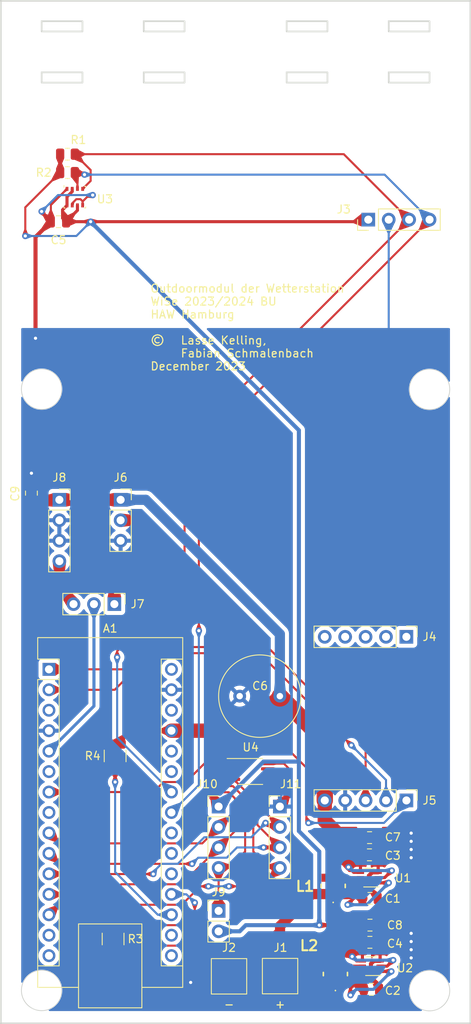
<source format=kicad_pcb>
(kicad_pcb (version 20221018) (generator pcbnew)
  (title_block (title "Outdoormodul Wetterstation") (date "2023-12-30") (rev "A") (company "HAW Hamburg") (comment 1 "Fabian Schmalenbach"))
  (layers (0 "F.Cu" signal) (31 "B.Cu" signal) (34 "B.Paste" user) (35 "F.Paste" user) (36 "B.SilkS" user "B.Silkscreen") (37 "F.SilkS" user "F.Silkscreen") (38 "B.Mask" user) (39 "F.Mask" user) (44 "Edge.Cuts" user))
  (net 0 "")
  (net 1 "HC12_RX")
  (net 2 "HC12_TX")
  (net 4 "-BATT")
  (net 5 "DCF_DATA")
  (net 7 "HC12_SET_PIN")
  (net 9 "HKW581_DATA_IN")
  (net 10 "HKW581_DATA_OUT")
  (net 11 "HKW581_CLK_IN")
  (net 12 "HKW581_CLK_OUT")
  (net 13 "HKW581_RDY")
  (net 21 "I2C_SDA")
  (net 22 "I2C_SCL")
  (net 25 "+5V")
  (net 28 "+BATT")
  (net 29 "+3.3V")
  (net 35 "Net-(J6-Pin_2)")
  (net 36 "Net-(J7-Pin_3)")
  (net 37 "Net-(J10-Pin_4)")
  (net 38 "Net-(U1-L)")
  (net 39 "Net-(U2-L)")
  (net 40 "REF_VOLTAGE")
  (net 41 "BATTERY_VOLTAGE")
  (footprint "Connector_PinHeader_2.54mm:PinHeader_1x04_P2.54mm_Vertical" (layer "F.Cu") (at 91.186 51.816 90)
    (fp_text reference "J3" (at 1.27 -3.048 180) (layer "F.SilkS"))
    (fp_text value "Conn_01x04_Pin")
    (pad "1" thru_hole rect (at 0 0 90) (size 1.7 1.7) (drill 1) (layers "*.Cu" "*.Mask") (net 29 "+3.3V"))
    (pad "2" thru_hole oval (at 0 2.54 90) (size 1.7 1.7) (drill 1) (layers "*.Cu" "*.Mask") (net 4 "-BATT"))
    (pad "3" thru_hole oval (at 0 5.08 90) (size 1.7 1.7) (drill 1) (layers "*.Cu" "*.Mask") (net 22 "I2C_SCL"))
    (pad "4" thru_hole oval (at 0 7.62 90) (size 1.7 1.7) (drill 1) (layers "*.Cu" "*.Mask") (net 21 "I2C_SDA"))
  )
  (footprint "Resistor_SMD:R_1210_3225Metric" (layer "F.Cu") (at 59.436 141.1625 -90)
    (fp_text reference "R3" (at 0 -2.794 -180) (layer "F.SilkS"))
    (fp_text value "0")
    (pad "1" smd roundrect (at -1.4625 0 270) (size 1.125 2.65) (layers "F.Cu" "F.Paste" "F.Mask") (roundrect_rratio 0.222222) (net 41 "BATTERY_VOLTAGE"))
    (pad "2" smd roundrect (at 1.4625 0 270) (size 1.125 2.65) (layers "F.Cu" "F.Paste" "F.Mask") (roundrect_rratio 0.222222) (net 28 "+BATT"))
  )
  (footprint "EPL3015:EPL3015472MLC" (layer "F.Cu") (at 86.8184 134.5692 90)
    (fp_text reference "L1" (at -0.0508 -3.5064 180) (layer "F.SilkS") (effects (font (size 1.27 1.27) (thickness 0.254))))
    (fp_text value "EPL3015-472MLC" hide)
    (pad "1" smd rect (at -1.015 0 90) (size 1 2.9) (layers "F.Cu" "F.Paste" "F.Mask") (net 28 "+BATT"))
    (pad "2" smd rect (at 1.015 0 90) (size 1 2.9) (layers "F.Cu" "F.Paste" "F.Mask") (net 38 "Net-(U1-L)"))
  )
  (footprint "Connector_PinSocket_2.54mm:PinSocket_1x04_P2.54mm_Vertical" (layer "F.Cu") (at 52.752 86.614)
    (fp_text reference "J8" (at 0 -2.77) (layer "F.SilkS"))
    (fp_text value "Conn_01x04_Pin")
    (pad "1" thru_hole rect (at 0 0) (size 1.7 1.7) (drill 1) (layers "*.Cu" "*.Mask") (net 25 "+5V"))
    (pad "2" thru_hole oval (at 0 2.54) (size 1.7 1.7) (drill 1) (layers "*.Cu" "*.Mask") (net 4 "-BATT"))
    (pad "3" thru_hole oval (at 0 5.08) (size 1.7 1.7) (drill 1) (layers "*.Cu" "*.Mask") (net 4 "-BATT"))
    (pad "4" thru_hole oval (at 0 7.62) (size 1.7 1.7) (drill 1) (layers "*.Cu" "*.Mask") (net 36 "Net-(J7-Pin_3)"))
  )
  (footprint "Connector_PinHeader_2.54mm:PinHeader_1x04_P2.54mm_Vertical" (layer "F.Cu") (at 80.184 124.714)
    (fp_text reference "J11" (at 1.35 -2.794) (layer "F.SilkS"))
    (fp_text value "Conn_01x04_Pin")
    (pad "1" thru_hole rect (at 0 0) (size 1.7 1.7) (drill 1) (layers "*.Cu" "*.Mask") (net 4 "-BATT"))
    (pad "2" thru_hole oval (at 0 2.54) (size 1.7 1.7) (drill 1) (layers "*.Cu" "*.Mask") (net 11 "HKW581_CLK_IN"))
    (pad "3" thru_hole oval (at 0 5.08) (size 1.7 1.7) (drill 1) (layers "*.Cu" "*.Mask") (net 10 "HKW581_DATA_OUT"))
    (pad "4" thru_hole oval (at 0 7.62) (size 1.7 1.7) (drill 1) (layers "*.Cu" "*.Mask") (net 13 "HKW581_RDY"))
  )
  (footprint "Capacitor_SMD:C_0805_2012Metric" (layer "F.Cu") (at 91.576 147.4144)
    (fp_text reference "C2" (at 2.658 0.1596) (layer "F.SilkS"))
    (fp_text value "22u")
    (pad "1" smd roundrect (at -0.95 0) (size 1 1.45) (layers "F.Cu" "F.Paste" "F.Mask") (net 28 "+BATT"))
    (pad "2" smd roundrect (at 0.95 0) (size 1 1.45) (layers "F.Cu" "F.Paste" "F.Mask") (net 4 "-BATT"))
  )
  (footprint "Resistor_SMD:R_1210_3225Metric" (layer "F.Cu") (at 59.69 118.4255 90)
    (fp_text reference "R4" (at 0 -2.794 180) (layer "F.SilkS"))
    (fp_text value "0")
    (pad "1" smd roundrect (at -1.4625 0 90) (size 1.125 2.65) (layers "F.Cu" "F.Paste" "F.Mask") (roundrect_rratio 0.222222) (net 40 "REF_VOLTAGE"))
    (pad "2" smd roundrect (at 1.4625 0 90) (size 1.125 2.65) (layers "F.Cu" "F.Paste" "F.Mask") (roundrect_rratio 0.222222) (net 25 "+5V"))
  )
  (footprint "TestPoint:TestPoint_Pad_4.0x4.0mm" (layer "F.Cu") (at 80.2094 145.7706)
    (fp_text reference "J1" (at 0.0546 -3.5306) (layer "F.SilkS"))
    (fp_text value "Bat +")
    (pad "1" smd rect (at 0 0) (size 4 4) (layers "F.Cu" "F.Mask") (net 28 "+BATT"))
  )
  (footprint "Connector_PinHeader_2.54mm:PinHeader_1x04_P2.54mm_Vertical" (layer "F.Cu") (at 72.564 124.714)
    (fp_text reference "J10" (at -1.444 -2.794) (layer "F.SilkS"))
    (fp_text value "Conn_01x04_Pin")
    (pad "1" thru_hole rect (at 0 0) (size 1.7 1.7) (drill 1) (layers "*.Cu" "*.Mask") (net 29 "+3.3V"))
    (pad "2" thru_hole oval (at 0 2.54) (size 1.7 1.7) (drill 1) (layers "*.Cu" "*.Mask") (net 9 "HKW581_DATA_IN"))
    (pad "3" thru_hole oval (at 0 5.08) (size 1.7 1.7) (drill 1) (layers "*.Cu" "*.Mask") (net 12 "HKW581_CLK_OUT"))
    (pad "4" thru_hole oval (at 0 7.62) (size 1.7 1.7) (drill 1) (layers "*.Cu" "*.Mask") (net 37 "Net-(J10-Pin_4)"))
  )
  (footprint "Package_SO:MSOP-8_3x3mm_P0.65mm" (layer "F.Cu") (at 76.5475 120.355)
    (fp_text reference "U4" (at 0 -3.007) (layer "F.SilkS"))
    (fp_text value "~")
    (pad "1" smd roundrect (at -2.1125 -0.975) (size 1.625 0.4) (layers "F.Cu" "F.Paste" "F.Mask") (net 29 "+3.3V"))
    (pad "2" smd roundrect (at -2.1125 -0.325) (size 1.625 0.4) (layers "F.Cu" "F.Paste" "F.Mask") (net 9 "HKW581_DATA_IN"))
    (pad "3" smd roundrect (at -2.1125 0.325) (size 1.625 0.4) (layers "F.Cu" "F.Paste" "F.Mask") (net 12 "HKW581_CLK_OUT"))
    (pad "4" smd roundrect (at -2.1125 0.975) (size 1.625 0.4) (layers "F.Cu" "F.Paste" "F.Mask") (net 37 "Net-(J10-Pin_4)"))
    (pad "5" smd roundrect (at 2.1125 0.975) (size 1.625 0.4) (layers "F.Cu" "F.Paste" "F.Mask") (net 13 "HKW581_RDY"))
    (pad "6" smd roundrect (at 2.1125 0.325) (size 1.625 0.4) (layers "F.Cu" "F.Paste" "F.Mask") (net 10 "HKW581_DATA_OUT"))
    (pad "7" smd roundrect (at 2.1125 -0.325) (size 1.625 0.4) (layers "F.Cu" "F.Paste" "F.Mask") (net 11 "HKW581_CLK_IN"))
    (pad "8" smd roundrect (at 2.1125 -0.975) (size 1.625 0.4) (layers "F.Cu" "F.Paste" "F.Mask") (net 4 "-BATT"))
  )
  (footprint "Package_TO_SOT_SMD:Texas_R-PDSO-G6" (layer "F.Cu") (at 91.3142 133.5382 180)
    (fp_text reference "U1" (at -4.1898 -0.0658) (layer "F.SilkS"))
    (fp_text value "TPS61222DCK")
    (pad "1" smd rect (at -1.1 -0.65 180) (size 0.9 0.4) (layers "F.Cu" "F.Paste" "F.Mask") (net 28 "+BATT"))
    (pad "2" smd rect (at -1.1 0 180) (size 0.9 0.4) (layers "F.Cu" "F.Paste" "F.Mask") (net 25 "+5V"))
    (pad "3" smd rect (at -1.1 0.65 180) (size 0.9 0.4) (layers "F.Cu" "F.Paste" "F.Mask") (net 4 "-BATT"))
    (pad "4" smd rect (at 1.1 0.65 180) (size 0.9 0.4) (layers "F.Cu" "F.Paste" "F.Mask") (net 25 "+5V"))
    (pad "5" smd rect (at 1.1 0 180) (size 0.9 0.4) (layers "F.Cu" "F.Paste" "F.Mask") (net 38 "Net-(U1-L)"))
    (pad "6" smd rect (at 1.1 -0.65 180) (size 0.9 0.4) (layers "F.Cu" "F.Paste" "F.Mask") (net 28 "+BATT"))
  )
  (footprint "Module:Arduino_Nano" (layer "F.Cu") (at 51.4566 107.6706)
    (fp_text reference "A1" (at 7.62 -5.08) (layer "F.SilkS"))
    (fp_text value "Arduino_Nano_Every")
    (pad "1" thru_hole rect (at 0 0) (size 1.6 1.6) (drill 1) (layers "*.Cu" "*.Mask") (net 1 "HC12_RX"))
    (pad "2" thru_hole oval (at 0 2.54) (size 1.6 1.6) (drill 1) (layers "*.Cu" "*.Mask") (net 2 "HC12_TX"))
    (pad "3" thru_hole oval (at 0 5.08) (size 1.6 1.6) (drill 1) (layers "*.Cu" "*.Mask"))
    (pad "4" thru_hole oval (at 0 7.62) (size 1.6 1.6) (drill 1) (layers "*.Cu" "*.Mask") (net 4 "-BATT"))
    (pad "5" thru_hole oval (at 0 10.16) (size 1.6 1.6) (drill 1) (layers "*.Cu" "*.Mask") (net 5 "DCF_DATA"))
    (pad "6" thru_hole oval (at 0 12.7) (size 1.6 1.6) (drill 1) (layers "*.Cu" "*.Mask"))
    (pad "7" thru_hole oval (at 0 15.24) (size 1.6 1.6) (drill 1) (layers "*.Cu" "*.Mask") (net 7 "HC12_SET_PIN"))
    (pad "8" thru_hole oval (at 0 17.78) (size 1.6 1.6) (drill 1) (layers "*.Cu" "*.Mask"))
    (pad "9" thru_hole oval (at 0 20.32) (size 1.6 1.6) (drill 1) (layers "*.Cu" "*.Mask") (net 9 "HKW581_DATA_IN"))
    (pad "10" thru_hole oval (at 0 22.86) (size 1.6 1.6) (drill 1) (layers "*.Cu" "*.Mask") (net 10 "HKW581_DATA_OUT"))
    (pad "11" thru_hole oval (at 0 25.4) (size 1.6 1.6) (drill 1) (layers "*.Cu" "*.Mask") (net 11 "HKW581_CLK_IN"))
    (pad "12" thru_hole oval (at 0 27.94) (size 1.6 1.6) (drill 1) (layers "*.Cu" "*.Mask") (net 12 "HKW581_CLK_OUT"))
    (pad "13" thru_hole oval (at 0 30.48) (size 1.6 1.6) (drill 1) (layers "*.Cu" "*.Mask") (net 13 "HKW581_RDY"))
    (pad "14" thru_hole oval (at 0 33.02) (size 1.6 1.6) (drill 1) (layers "*.Cu" "*.Mask"))
    (pad "15" thru_hole oval (at 0 35.56) (size 1.6 1.6) (drill 1) (layers "*.Cu" "*.Mask"))
    (pad "16" thru_hole oval (at 15.24 35.56) (size 1.6 1.6) (drill 1) (layers "*.Cu" "*.Mask"))
    (pad "17" thru_hole oval (at 15.24 33.02) (size 1.6 1.6) (drill 1) (layers "*.Cu" "*.Mask"))
    (pad "18" thru_hole oval (at 15.24 30.48) (size 1.6 1.6) (drill 1) (layers "*.Cu" "*.Mask") (net 40 "REF_VOLTAGE"))
    (pad "19" thru_hole oval (at 15.24 27.94) (size 1.6 1.6) (drill 1) (layers "*.Cu" "*.Mask") (net 41 "BATTERY_VOLTAGE"))
    (pad "20" thru_hole oval (at 15.24 25.4) (size 1.6 1.6) (drill 1) (layers "*.Cu" "*.Mask"))
    (pad "21" thru_hole oval (at 15.24 22.86) (size 1.6 1.6) (drill 1) (layers "*.Cu" "*.Mask"))
    (pad "22" thru_hole oval (at 15.24 20.32) (size 1.6 1.6) (drill 1) (layers "*.Cu" "*.Mask"))
    (pad "23" thru_hole oval (at 15.24 17.78) (size 1.6 1.6) (drill 1) (layers "*.Cu" "*.Mask") (net 21 "I2C_SDA"))
    (pad "24" thru_hole oval (at 15.24 15.24) (size 1.6 1.6) (drill 1) (layers "*.Cu" "*.Mask") (net 22 "I2C_SCL"))
    (pad "25" thru_hole oval (at 15.24 12.7) (size 1.6 1.6) (drill 1) (layers "*.Cu" "*.Mask"))
    (pad "26" thru_hole oval (at 15.24 10.16) (size 1.6 1.6) (drill 1) (layers "*.Cu" "*.Mask"))
    (pad "27" thru_hole oval (at 15.24 7.62) (size 1.6 1.6) (drill 1) (layers "*.Cu" "*.Mask") (net 25 "+5V"))
    (pad "28" thru_hole oval (at 15.24 5.08) (size 1.6 1.6) (drill 1) (layers "*.Cu" "*.Mask"))
    (pad "29" thru_hole oval (at 15.24 2.54) (size 1.6 1.6) (drill 1) (layers "*.Cu" "*.Mask") (net 4 "-BATT"))
    (pad "30" thru_hole oval (at 15.24 0) (size 1.6 1.6) (drill 1) (layers "*.Cu" "*.Mask"))
  )
  (footprint "Connector_PinHeader_2.54mm:PinHeader_1x03_P2.54mm_Vertical" (layer "F.Cu") (at 59.595 99.568 -90)
    (fp_text reference "J7" (at 0 -2.889 -180) (layer "F.SilkS"))
    (fp_text value "Conn_01x03_Pin")
    (pad "1" thru_hole rect (at 0 0 270) (size 1.7 1.7) (drill 1) (layers "*.Cu" "*.Mask") (net 35 "Net-(J6-Pin_2)"))
    (pad "2" thru_hole oval (at 0 2.54 270) (size 1.7 1.7) (drill 1) (layers "*.Cu" "*.Mask") (net 5 "DCF_DATA"))
    (pad "3" thru_hole oval (at 0 5.08 270) (size 1.7 1.7) (drill 1) (layers "*.Cu" "*.Mask") (net 36 "Net-(J7-Pin_3)"))
  )
  (footprint "Capacitor_SMD:C_0805_2012Metric" (layer "F.Cu") (at 91.4006 136.1186)
    (fp_text reference "C1" (at 2.8334 0.0254) (layer "F.SilkS"))
    (fp_text value "22u")
    (pad "1" smd roundrect (at -0.95 0) (size 1 1.45) (layers "F.Cu" "F.Paste" "F.Mask") (net 28 "+BATT"))
    (pad "2" smd roundrect (at 0.95 0) (size 1 1.45) (layers "F.Cu" "F.Paste" "F.Mask") (net 4 "-BATT"))
  )
  (footprint "Capacitor_SMD:C_0805_2012Metric" (layer "F.Cu") (at 91.3294 130.7084)
    (fp_text reference "C3" (at 2.9046 0.1016) (layer "F.SilkS"))
    (fp_text value "10u")
    (pad "1" smd roundrect (at -0.95 0) (size 1 1.45) (layers "F.Cu" "F.Paste" "F.Mask") (net 25 "+5V"))
    (pad "2" smd roundrect (at 0.95 0) (size 1 1.45) (layers "F.Cu" "F.Paste" "F.Mask") (net 4 "-BATT"))
  )
  (footprint "TestPoint:TestPoint_Pad_4.0x4.0mm" (layer "F.Cu") (at 73.8594 145.796)
    (fp_text reference "J2" (at 0 -3.556) (layer "F.SilkS"))
    (fp_text value "Bat -")
    (pad "1" smd rect (at 0 0) (size 4 4) (layers "F.Cu" "F.Mask") (net 4 "-BATT"))
  )
  (footprint "Connector_PinHeader_2.54mm:PinHeader_1x05_P2.54mm_Vertical" (layer "F.Cu") (at 95.927 103.632 -90)
    (fp_text reference "J4" (at 0 -2.879 -180) (layer "F.SilkS"))
    (fp_text value "Conn_01x05_Pin")
    (pad "1" thru_hole rect (at 0 0 270) (size 1.7 1.7) (drill 1) (layers "*.Cu" "*.Mask"))
    (pad "2" thru_hole oval (at 0 2.54 270) (size 1.7 1.7) (drill 1) (layers "*.Cu" "*.Mask"))
    (pad "3" thru_hole oval (at 0 5.08 270) (size 1.7 1.7) (drill 1) (layers "*.Cu" "*.Mask"))
    (pad "4" thru_hole oval (at 0 7.62 270) (size 1.7 1.7) (drill 1) (layers "*.Cu" "*.Mask"))
    (pad "5" thru_hole oval (at 0 10.16 270) (size 1.7 1.7) (drill 1) (layers "*.Cu" "*.Mask"))
  )
  (footprint "Capacitor_SMD:C_0805_2012Metric" (layer "F.Cu") (at 91.3854 141.5724)
    (fp_text reference "C4" (at 3.1026 0.1596) (layer "F.SilkS"))
    (fp_text value "10u" hide)
    (pad "1" smd roundrect (at -0.95 0) (size 1 1.45) (layers "F.Cu" "F.Paste" "F.Mask") (net 29 "+3.3V"))
    (pad "2" smd roundrect (at 0.95 0) (size 1 1.45) (layers "F.Cu" "F.Paste" "F.Mask") (net 4 "-BATT"))
  )
  (footprint "Connector_PinSocket_2.54mm:PinSocket_1x03_P2.54mm_Vertical" (layer "F.Cu") (at 60.372 86.614)
    (fp_text reference "J6" (at 0 -2.77) (layer "F.SilkS"))
    (fp_text value "Conn_01x03_Pin")
    (pad "1" thru_hole rect (at 0 0) (size 1.7 1.7) (drill 1) (layers "*.Cu" "*.Mask") (net 25 "+5V"))
    (pad "2" thru_hole oval (at 0 2.54) (size 1.7 1.7) (drill 1) (layers "*.Cu" "*.Mask") (net 35 "Net-(J6-Pin_2)"))
    (pad "3" thru_hole oval (at 0 5.08) (size 1.7 1.7) (drill 1) (layers "*.Cu" "*.Mask") (net 4 "-BATT"))
  )
  (footprint "Package_TO_SOT_SMD:Texas_R-PDSO-G6" (layer "F.Cu") (at 91.5554 144.5364 180)
    (fp_text reference "U2" (at -4.2026 -0.2436) (layer "F.SilkS"))
    (fp_text value "TPS61221DCK")
    (pad "1" smd rect (at -1.1 -0.65 180) (size 0.9 0.4) (layers "F.Cu" "F.Paste" "F.Mask") (net 28 "+BATT"))
    (pad "2" smd rect (at -1.1 0 180) (size 0.9 0.4) (layers "F.Cu" "F.Paste" "F.Mask") (net 29 "+3.3V"))
    (pad "3" smd rect (at -1.1 0.65 180) (size 0.9 0.4) (layers "F.Cu" "F.Paste" "F.Mask") (net 4 "-BATT"))
    (pad "4" smd rect (at 1.1 0.65 180) (size 0.9 0.4) (layers "F.Cu" "F.Paste" "F.Mask") (net 29 "+3.3V"))
    (pad "5" smd rect (at 1.1 0 180) (size 0.9 0.4) (layers "F.Cu" "F.Paste" "F.Mask") (net 39 "Net-(U2-L)"))
    (pad "6" smd rect (at 1.1 -0.65 180) (size 0.9 0.4) (layers "F.Cu" "F.Paste" "F.Mask") (net 28 "+BATT"))
  )
  (footprint "Resistor_SMD:R_0805_2012Metric" (layer "F.Cu") (at 53.7635 43.688)
    (fp_text reference "R1" (at 1.3545 -1.778) (layer "F.SilkS"))
    (fp_text value "4.7k")
    (pad "1" smd roundrect (at -0.9125 0) (size 1.025 1.4) (layers "F.Cu" "F.Paste" "F.Mask") (roundrect_rratio 0.243902) (net 29 "+3.3V"))
    (pad "2" smd roundrect (at 0.9125 0) (size 1.025 1.4) (layers "F.Cu" "F.Paste" "F.Mask") (roundrect_rratio 0.243902) (net 22 "I2C_SCL"))
  )
  (footprint "Connector_PinHeader_2.54mm:PinHeader_1x05_P2.54mm_Vertical" (layer "F.Cu") (at 95.932 123.952 -90)
    (fp_text reference "J5" (at 0 -2.874 -180) (layer "F.SilkS"))
    (fp_text value "Conn_01x05_Pin")
    (pad "1" thru_hole rect (at 0 0 270) (size 1.7 1.7) (drill 1) (layers "*.Cu" "*.Mask") (net 7 "HC12_SET_PIN"))
    (pad "2" thru_hole oval (at 0 2.54 270) (size 1.7 1.7) (drill 1) (layers "*.Cu" "*.Mask") (net 2 "HC12_TX"))
    (pad "3" thru_hole oval (at 0 5.08 270) (size 1.7 1.7) (drill 1) (layers "*.Cu" "*.Mask") (net 1 "HC12_RX"))
    (pad "4" thru_hole oval (at 0 7.62 270) (size 1.7 1.7) (drill 1) (layers "*.Cu" "*.Mask") (net 4 "-BATT"))
    (pad "5" thru_hole oval (at 0 10.16 270) (size 1.7 1.7) (drill 1) (layers "*.Cu" "*.Mask") (net 25 "+5V"))
  )
  (footprint "Resistor_SMD:R_0805_2012Metric" (layer "F.Cu") (at 53.7635 45.974)
    (fp_text reference "R2" (at -2.9635 0) (layer "F.SilkS"))
    (fp_text value "4.7k")
    (pad "1" smd roundrect (at -0.9125 0) (size 1.025 1.4) (layers "F.Cu" "F.Paste" "F.Mask") (roundrect_rratio 0.243902) (net 29 "+3.3V"))
    (pad "2" smd roundrect (at 0.9125 0) (size 1.025 1.4) (layers "F.Cu" "F.Paste" "F.Mask") (roundrect_rratio 0.243902) (net 21 "I2C_SDA"))
  )
  (footprint "Package_LGA:Bosch_LGA-8_2.5x2.5mm_P0.65mm_ClockwisePinNumbering" (layer "F.Cu") (at 54.676 49.022)
    (fp_text reference "U3" (at 3.744 0.254) (layer "F.SilkS"))
    (fp_text value "BME280")
    (pad "1" smd rect (at -0.975 -1.025 90) (size 0.5 0.35) (layers "F.Cu" "F.Paste" "F.Mask") (net 4 "-BATT"))
    (pad "2" smd rect (at -0.325 -1.025 90) (size 0.5 0.35) (layers "F.Cu" "F.Paste" "F.Mask") (net 29 "+3.3V"))
    (pad "3" smd rect (at 0.325 -1.025 90) (size 0.5 0.35) (layers "F.Cu" "F.Paste" "F.Mask") (net 21 "I2C_SDA"))
    (pad "4" smd rect (at 0.975 -1.025 90) (size 0.5 0.35) (layers "F.Cu" "F.Paste" "F.Mask") (net 22 "I2C_SCL"))
    (pad "5" smd rect (at 0.975 1.025 90) (size 0.5 0.35) (layers "F.Cu" "F.Paste" "F.Mask") (net 4 "-BATT"))
    (pad "6" smd rect (at 0.325 1.025 90) (size 0.5 0.35) (layers "F.Cu" "F.Paste" "F.Mask") (net 29 "+3.3V"))
    (pad "7" smd rect (at -0.325 1.025 90) (size 0.5 0.35) (layers "F.Cu" "F.Paste" "F.Mask") (net 4 "-BATT"))
    (pad "8" smd rect (at -0.975 1.025 90) (size 0.5 0.35) (layers "F.Cu" "F.Paste" "F.Mask") (net 29 "+3.3V"))
  )
  (footprint "Capacitor_SMD:C_0805_2012Metric" (layer "F.Cu") (at 91.3956 139.4388)
    (fp_text reference "C8" (at 3.0924 0.0072) (layer "F.SilkS"))
    (fp_text value "100n")
    (pad "1" smd roundrect (at -0.95 0) (size 1 1.45) (layers "F.Cu" "F.Paste" "F.Mask") (net 29 "+3.3V"))
    (pad "2" smd roundrect (at 0.95 0) (size 1 1.45) (layers "F.Cu" "F.Paste" "F.Mask") (net 4 "-BATT"))
  )
  (footprint "Capacitor_SMD:C_0805_2012Metric" (layer "F.Cu") (at 49.276 85.786 90)
    (fp_text reference "C9" (at -0.066 -2.032 90) (layer "F.SilkS"))
    (fp_text value "100n")
    (pad "1" smd roundrect (at -0.95 0 90) (size 1 1.45) (layers "F.Cu" "F.Paste" "F.Mask") (net 25 "+5V"))
    (pad "2" smd roundrect (at 0.95 0 90) (size 1 1.45) (layers "F.Cu" "F.Paste" "F.Mask") (net 4 "-BATT"))
  )
  (footprint "EPL3015:EPL3015472MLC" (layer "F.Cu") (at 87.0954 145.5156 90)
    (fp_text reference "L2" (at 3.5296 -3.2754 180) (layer "F.SilkS") (effects (font (size 1.27 1.27) (thickness 0.254))))
    (fp_text value "EPL3015-472MLC" hide)
    (pad "1" smd rect (at -1.015 0 90) (size 1 2.9) (layers "F.Cu" "F.Paste" "F.Mask") (net 28 "+BATT"))
    (pad "2" smd rect (at 1.015 0 90) (size 1 2.9) (layers "F.Cu" "F.Paste" "F.Mask") (net 39 "Net-(U2-L)"))
  )
  (footprint "Capacitor_THT:C_Radial_D10.0mm_H16.0mm_P5.00mm" (layer "F.Cu") (at 80.184 110.998 180)
    (fp_text reference "C6" (at 2.46 1.27) (layer "F.SilkS"))
    (fp_text value "1000u")
    (pad "1" thru_hole circle (at 0 0 180) (size 1.6 1.6) (drill 0.8) (layers "*.Cu" "*.Mask") (net 25 "+5V"))
    (pad "2" thru_hole circle (at 5 0 180) (size 1.6 1.6) (drill 0.8) (layers "*.Cu" "*.Mask") (net 4 "-BATT"))
  )
  (footprint "Capacitor_SMD:C_0805_2012Metric" (layer "F.Cu") (at 91.3446 128.5748)
    (fp_text reference "C7" (at 2.8894 -0.0508) (layer "F.SilkS"))
    (fp_text value "100n")
    (pad "1" smd roundrect (at -0.95 0) (size 1 1.45) (layers "F.Cu" "F.Paste" "F.Mask") (net 25 "+5V"))
    (pad "2" smd roundrect (at 0.95 0) (size 1 1.45) (layers "F.Cu" "F.Paste" "F.Mask") (net 4 "-BATT"))
  )
  (footprint "Connector_PinHeader_2.54mm:PinHeader_1x02_P2.54mm_Vertical" (layer "F.Cu") (at 72.564 137.668)
    (fp_text reference "J9" (at 0 -2.33) (layer "F.SilkS"))
    (fp_text value "Conn_01x02_Pin")
    (pad "1" thru_hole rect (at 0 0) (size 1.7 1.7) (drill 1) (layers "*.Cu" "*.Mask") (net 37 "Net-(J10-Pin_4)"))
    (pad "2" thru_hole oval (at 0 2.54) (size 1.7 1.7) (drill 1) (layers "*.Cu" "*.Mask") (net 29 "+3.3V"))
  )
  (footprint "Capacitor_SMD:C_0805_2012Metric" (layer "F.Cu") (at 52.644 52.07 180)
    (fp_text reference "C5" (at 0 -2.286) (layer "F.SilkS"))
    (fp_text value "100n")
    (pad "1" smd roundrect (at -0.95 0 180) (size 1 1.45) (layers "F.Cu" "F.Paste" "F.Mask") (net 29 "+3.3V"))
    (pad "2" smd roundrect (at 0.95 0 180) (size 1 1.45) (layers "F.Cu" "F.Paste" "F.Mask") (net 4 "-BATT"))
  )
  (gr_rect (start 63.246 27.178) (end 68.326 28.448) (stroke (width 0.2)) (fill none) (layer "Edge.Cuts"))
  (gr_rect (start 81.026 33.528) (end 86.106 34.798) (stroke (width 0.2)) (fill none) (layer "Edge.Cuts"))
  (gr_rect (start 45.466 24.638) (end 103.886 151.638) (stroke (width 0.2)) (fill none) (layer "Edge.Cuts"))
  (gr_rect (start 50.546 27.178) (end 55.626 28.448) (stroke (width 0.2)) (fill none) (layer "Edge.Cuts"))
  (gr_circle (center 50.546 147.548471) (end 48.768 145.770471) (stroke (width 0.1)) (fill none) (layer "Edge.Cuts"))
  (gr_circle (center 98.806 72.898) (end 97.028 71.12) (stroke (width 0.1)) (fill none) (layer "Edge.Cuts"))
  (gr_rect (start 93.726 33.528) (end 98.806 34.798) (stroke (width 0.2)) (fill none) (layer "Edge.Cuts"))
  (gr_circle (center 98.806 147.574) (end 97.028 145.796) (stroke (width 0.1)) (fill none) (layer "Edge.Cuts"))
  (gr_rect (start 93.726 27.178) (end 98.806 28.448) (stroke (width 0.2)) (fill none) (layer "Edge.Cuts"))
  (gr_circle (center 50.546 72.872471) (end 48.768 71.094471) (stroke (width 0.1)) (fill none) (layer "Edge.Cuts"))
  (gr_rect (start 63.246 33.528) (end 68.326 34.798) (stroke (width 0.2)) (fill none) (layer "Edge.Cuts"))
  (gr_rect (start 50.546 33.528) (end 55.626 34.798) (stroke (width 0.2)) (fill none) (layer "Edge.Cuts"))
  (gr_rect (start 81.026 27.178) (end 86.106 28.448) (stroke (width 0.2)) (fill none) (layer "Edge.Cuts"))
  (gr_text "+" (at 79.502 149.86) (layer "F.SilkS") (effects (font (size 1 1)) (justify left bottom)))
  (gr_text "-" (at 73.152 149.86) (layer "F.SilkS") (effects (font (size 1 1)) (justify left bottom)))
  (gr_text "Outdoormodul der Wetterstation\nWiSe 2023/2024 BU\nHAW Hamburg\n\n© 	Lasse Kelling,\n   	Fabian Schmalenbach\nDecember 2023" (at 64.008 70.612) (layer "F.SilkS") (effects (font (size 1 1)) (justify left bottom)))
  (segment (start 63.928 104.902) (end 78.66 104.902) (width 0.254) (layer "F.Cu") (net 1))
  (segment (start 51.4566 107.6706) (end 61.1594 107.6706) (width 0.254) (layer "F.Cu") (net 1))
  (segment (start 61.1594 107.6706) (end 63.928 104.902) (width 0.254) (layer "F.Cu") (net 1))
  (segment (start 90.852 117.094) (end 90.852 123.952) (width 0.254) (layer "F.Cu") (net 1))
  (segment (start 78.66 104.902) (end 90.852 117.094) (width 0.254) (layer "F.Cu") (net 1))
  (segment (start 51.4566 110.2106) (end 59.6354 110.2106) (width 0.254) (layer "F.Cu") (net 2))
  (segment (start 64.182 105.664) (end 77.644 105.664) (width 0.254) (layer "F.Cu") (net 2))
  (segment (start 77.644 105.664) (end 89.074 117.094) (width 0.254) (layer "F.Cu") (net 2))
  (segment (start 59.6354 110.2106) (end 64.182 105.664) (width 0.254) (layer "F.Cu") (net 2))
  (via (at 89.074 117.094) (size 0.8) (drill 0.4) (layers "F.Cu" "B.Cu") (net 2))
  (segment (start 89.074 117.094) (end 93.392 121.412) (width 0.254) (layer "B.Cu") (net 2))
  (segment (start 93.392 121.412) (end 93.392 123.952) (width 0.254) (layer "B.Cu") (net 2))
  (segment (start 55.651 50.047) (end 55.651 49.555) (width 0.254) (layer "F.Cu") (net 4))
  (segment (start 49.276 84.836) (end 49.276 83.312) (width 0.508) (layer "F.Cu") (net 4))
  (segment (start 55.651 49.555) (end 55.372 49.276) (width 0.254) (layer "F.Cu") (net 4))
  (segment (start 69.85 145.796) (end 69.088 146.558) (width 2.54) (layer "F.Cu") (net 4))
  (segment (start 91.6734 132.8842) (end 92.4142 132.8842) (width 0.508) (layer "F.Cu") (net 4))
  (segment (start 91.2584 133.2992) (end 91.6734 132.8842) (width 0.508) (layer "F.Cu") (net 4))
  (segment (start 54.351 49.789) (end 54.864 49.276) (width 0.254) (layer "F.Cu") (net 4))
  (segment (start 80.692 119.38) (end 78.66 119.38) (width 0.254) (layer "F.Cu") (net 4))
  (segment (start 53.701 47.997) (end 51.694 50.004) (width 0.254) (layer "F.Cu") (net 4))
  (segment (start 55.651 49.555) (end 56.438 48.768) (width 0.254) (layer "F.Cu") (net 4))
  (segment (start 91.8766 143.8824) (end 92.6554 143.8824) (width 0.508) (layer "F.Cu") (net 4))
  (segment (start 81.454 120.142) (end 80.692 119.38) (width 0.254) (layer "F.Cu") (net 4))
  (segment (start 81.454 123.444) (end 81.454 120.142) (width 0.254) (layer "F.Cu") (net 4))
  (segment (start 92.526 147.4144) (end 92.526 146.9366) (width 0.508) (layer "F.Cu") (net 4))
  (segment (start 92.3506 135.9154) (end 91.2584 134.8232) (width 0.508) (layer "F.Cu") (net 4))
  (segment (start 91.5124 145.923) (end 91.5124 144.2466) (width 0.508) (layer "F.Cu") (net 4))
  (segment (start 51.694 50.004) (end 51.694 52.07) (width 0.254) (layer "F.Cu") (net 4))
  (segment (start 56.438 48.768) (end 56.896 48.768) (width 0.254) (layer "F.Cu") (net 4))
  (segment (start 80.184 124.714) (end 81.454 123.444) (width 0.254) (layer "F.Cu") (net 4))
  (segment (start 50.546 50.8) (end 50.546 50.922) (width 0.254) (layer "F.Cu") (net 4))
  (segment (start 91.5124 144.2466) (end 91.8766 143.8824) (width 0.508) (layer "F.Cu") (net 4))
  (segment (start 73.8594 145.796) (end 69.85 145.796) (width 2.54) (layer "F.Cu") (net 4))
  (segment (start 92.526 146.9366) (end 91.5124 145.923) (width 0.508) (layer "F.Cu") (net 4))
  (segment (start 92.3506 136.1186) (end 92.3506 135.9154) (width 0.508) (layer "F.Cu") (net 4))
  (segment (start 55.372 49.276) (end 54.864 49.276) (width 0.254) (layer "F.Cu") (net 4))
  (segment (start 49.784 53.98) (end 49.784 66.548) (width 0.508) (layer "F.Cu") (net 4))
  (segment (start 91.2584 134.8232) (end 91.2584 133.2992) (width 0.508) (layer "F.Cu") (net 4))
  (segment (start 50.546 50.922) (end 51.694 52.07) (width 0.254) (layer "F.Cu") (net 4))
  (segment (start 54.351 50.047) (end 54.351 49.789) (width 0.254) (layer "F.Cu") (net 4))
  (segment (start 51.694 52.07) (end 49.784 53.98) (width 0.508) (layer "F.Cu") (net 4))
  (via (at 56.896 48.768) (size 0.8) (drill 0.4) (layers "F.Cu" "B.Cu") (net 4))
  (via (at 49.784 66.548) (size 0.8) (drill 0.4) (layers "F.Cu" "B.Cu") (net 4))
  (via (at 96.52 143.51) (size 0.8) (drill 0.4) (layers "F.Cu" "B.Cu") (net 4))
  (via (at 96.52 141.478) (size 0.8) (drill 0.4) (layers "F.Cu" "B.Cu") (net 4))
  (via (at 96.52 142.494) (size 0.8) (drill 0.4) (layers "F.Cu" "B.Cu") (net 4))
  (via (at 50.546 50.8) (size 0.8) (drill 0.4) (layers "F.Cu" "B.Cu") (net 4))
  (via (at 96.52 129.032) (size 0.8) (drill 0.4) (layers "F.Cu" "B.Cu") (net 4))
  (via (at 96.52 131.064) (size 0.8) (drill 0.4) (layers "F.Cu" "B.Cu") (net 4))
  (via (at 96.52 140.462) (size 0.8) (drill 0.4) (layers "F.Cu" "B.Cu") (net 4))
  (via (at 69.088 146.558) (size 1.2) (drill 0.4) (layers "F.Cu" "B.Cu") (net 4))
  (via (at 96.52 130.048) (size 0.8) (drill 0.4) (layers "F.Cu" "B.Cu") (net 4))
  (via (at 96.52 128.016) (size 0.8) (drill 0.4) (layers "F.Cu" "B.Cu") (net 4))
  (via (at 49.276 83.312) (size 0.8) (drill 0.4) (layers "F.Cu" "B.Cu") (net 4))
  (segment (start 56.896 48.768) (end 52.578 48.768) (width 0.254) (layer "B.Cu") (net 4))
  (segment (start 93.726 51.816) (end 93.726 66.802) (width 0.254) (layer "B.Cu") (net 4))
  (segment (start 52.578 48.768) (end 50.546 50.8) (width 0.254) (layer "B.Cu") (net 4))
  (segment (start 51.4566 117.8306) (end 57.055 112.2322) (width 0.381) (layer "B.Cu") (net 5))
  (segment (start 57.055 112.2322) (end 57.055 99.568) (width 0.381) (layer "B.Cu") (net 5))
  (segment (start 51.4566 122.9106) (end 64.4614 122.9106) (width 0.254) (layer "F.Cu") (net 7))
  (segment (start 64.4614 122.9106) (end 65.706 121.666) (width 0.254) (layer "F.Cu") (net 7))
  (segment (start 83.486 119.888) (end 83.486 126.492) (width 0.254) (layer "F.Cu") (net 7))
  (segment (start 65.706 121.666) (end 68.5 121.666) (width 0.254) (layer "F.Cu") (net 7))
  (segment (start 81.2 117.602) (end 83.486 119.888) (width 0.254) (layer "F.Cu") (net 7))
  (segment (start 72.564 117.602) (end 81.2 117.602) (width 0.254) (layer "F.Cu") (net 7))
  (segment (start 83.486 126.492) (end 83.74 126.746) (width 0.254) (layer "F.Cu") (net 7))
  (segment (start 68.5 121.666) (end 72.564 117.602) (width 0.254) (layer "F.Cu") (net 7))
  (via (at 83.74 126.746) (size 0.8) (drill 0.4) (layers "F.Cu" "B.Cu") (net 7))
  (segment (start 83.74 126.746) (end 93.138 126.746) (width 0.254) (layer "B.Cu") (net 7))
  (segment (start 93.138 126.746) (end 95.932 123.952) (width 0.254) (layer "B.Cu") (net 7))
  (segment (start 52.752 129.286) (end 51.4566 127.9906) (width 0.254) (layer "F.Cu") (net 9))
  (segment (start 70.532 129.286) (end 52.752 129.286) (width 0.254) (layer "F.Cu") (net 9))
  (segment (start 72.056 122.428) (end 72.056 120.65) (width 0.254) (layer "F.Cu") (net 9))
  (segment (start 72.564 127.254) (end 74.596 125.222) (width 0.254) (layer "F.Cu") (net 9))
  (segment (start 74.596 123.698) (end 73.834 122.936) (width 0.254) (layer "F.Cu") (net 9))
  (segment (start 73.834 122.936) (end 72.564 122.936) (width 0.254) (layer "F.Cu") (net 9))
  (segment (start 74.596 125.222) (end 74.596 123.698) (width 0.254) (layer "F.Cu") (net 9))
  (segment (start 72.564 122.936) (end 72.056 122.428) (width 0.254) (layer "F.Cu") (net 9))
  (segment (start 72.676 120.03) (end 74.435 120.03) (width 0.254) (layer "F.Cu") (net 9))
  (segment (start 72.056 120.65) (end 72.676 120.03) (width 0.254) (layer "F.Cu") (net 9))
  (segment (start 72.564 127.254) (end 70.532 129.286) (width 0.254) (layer "F.Cu") (net 9))
  (segment (start 78.406 122.174) (end 79.676 122.174) (width 0.254) (layer "F.Cu") (net 10))
  (segment (start 80.184 121.666) (end 80.184 121.158) (width 0.254) (layer "F.Cu") (net 10))
  (segment (start 80.184 129.794) (end 78.152 129.794) (width 0.254) (layer "F.Cu") (net 10))
  (segment (start 52.752 131.826) (end 51.4566 130.5306) (width 0.254) (layer "F.Cu") (net 10))
  (segment (start 77.39 127) (end 77.39 123.19) (width 0.254) (layer "F.Cu") (net 10))
  (segment (start 77.39 123.19) (end 78.406 122.174) (width 0.254) (layer "F.Cu") (net 10))
  (segment (start 80.184 121.158) (end 79.706 120.68) (width 0.254) (layer "F.Cu") (net 10))
  (segment (start 79.676 122.174) (end 80.184 121.666) (width 0.254) (layer "F.Cu") (net 10))
  (segment (start 80.184 129.794) (end 77.39 127) (width 0.254) (layer "F.Cu") (net 10))
  (segment (start 69.262 131.826) (end 52.752 131.826) (width 0.254) (layer "F.Cu") (net 10))
  (segment (start 79.706 120.68) (end 78.66 120.68) (width 0.254) (layer "F.Cu") (net 10))
  (via (at 69.262 131.826) (size 0.8) (drill 0.4) (layers "F.Cu" "B.Cu") (net 10))
  (via (at 78.152 129.794) (size 0.8) (drill 0.4) (layers "F.Cu" "B.Cu") (net 10))
  (segment (start 73.58 131.064) (end 74.85 129.794) (width 0.254) (layer "B.Cu") (net 10))
  (segment (start 70.024 131.064) (end 73.58 131.064) (width 0.254) (layer "B.Cu") (net 10))
  (segment (start 74.85 129.794) (end 78.152 129.794) (width 0.254) (layer "B.Cu") (net 10))
  (segment (start 69.262 131.826) (end 70.024 131.064) (width 0.254) (layer "B.Cu") (net 10))
  (segment (start 51.482 133.096) (end 51.4566 133.0706) (width 0.254) (layer "F.Cu") (net 11))
  (segment (start 78.152 125.222) (end 78.152 123.698) (width 0.254) (layer "F.Cu") (net 11))
  (segment (start 78.914 127.254) (end 78.406 126.746) (width 0.254) (layer "F.Cu") (net 11))
  (segment (start 78.152 123.698) (end 78.914 122.936) (width 0.254) (layer "F.Cu") (net 11))
  (segment (start 64.436 133.096) (end 51.482 133.096) (width 0.254) (layer "F.Cu") (net 11))
  (segment (start 80.184 127.254) (end 78.914 127.254) (width 0.254) (layer "F.Cu") (net 11))
  (segment (start 80.184 122.936) (end 80.946 122.174) (width 0.254) (layer "F.Cu") (net 11))
  (segment (start 80.184 127.254) (end 78.152 125.222) (width 0.254) (layer "F.Cu") (net 11))
  (segment (start 80.946 122.174) (end 80.946 120.65) (width 0.254) (layer "F.Cu") (net 11))
  (segment (start 78.914 122.936) (end 80.184 122.936) (width 0.254) (layer "F.Cu") (net 11))
  (segment (start 80.326 120.03) (end 78.66 120.03) (width 0.254) (layer "F.Cu") (net 11))
  (segment (start 80.946 120.65) (end 80.326 120.03) (width 0.254) (layer "F.Cu") (net 11))
  (via (at 78.406 126.746) (size 0.8) (drill 0.4) (layers "F.Cu" "B.Cu") (net 11))
  (via (at 64.436 133.096) (size 0.8) (drill 0.4) (layers "F.Cu" "B.Cu") (net 11))
  (segment (start 65.452 131.826) (end 64.436 132.842) (width 0.254) (layer "B.Cu") (net 11))
  (segment (start 70.786 128.524) (end 67.992 131.318) (width 0.254) (layer "B.Cu") (net 11))
  (segment (start 67.992 131.318) (end 67.484 131.826) (width 0.254) (layer "B.Cu") (net 11))
  (segment (start 64.436 132.842) (end 64.436 133.096) (width 0.254) (layer "B.Cu") (net 11))
  (segment (start 71.548 128.524) (end 70.786 128.524) (width 0.254) (layer "B.Cu") (net 11))
  (segment (start 78.406 126.746) (end 76.628 128.524) (width 0.254) (layer "B.Cu") (net 11))
  (segment (start 67.484 131.826) (end 65.452 131.826) (width 0.254) (layer "B.Cu") (net 11))
  (segment (start 76.628 128.524) (end 71.548 128.524) (width 0.254) (layer "B.Cu") (net 11))
  (segment (start 75.358 127) (end 75.358 123.19) (width 0.254) (layer "F.Cu") (net 12))
  (segment (start 73.326 122.174) (end 72.818 121.666) (width 0.254) (layer "F.Cu") (net 12))
  (segment (start 72.564 129.794) (end 67.992 134.366) (width 0.254) (layer "F.Cu") (net 12))
  (segment (start 73.296 120.68) (end 74.435 120.68) (width 0.254) (layer "F.Cu") (net 12))
  (segment (start 60.452 134.366) (end 59.182 135.636) (width 0.254) (layer "F.Cu") (net 12))
  (segment (start 67.992 134.366) (end 60.452 134.366) (width 0.254) (layer "F.Cu") (net 12))
  (segment (start 51.482 135.636) (end 51.4566 135.6106) (width 0.254) (layer "F.Cu") (net 12))
  (segment (start 72.818 121.666) (end 72.818 121.158) (width 0.254) (layer "F.Cu") (net 12))
  (segment (start 74.342 122.174) (end 73.326 122.174) (width 0.254) (layer "F.Cu") (net 12))
  (segment (start 72.564 129.794) (end 75.358 127) (width 0.254) (layer "F.Cu") (net 12))
  (segment (start 59.182 135.636) (end 51.482 135.636) (width 0.254) (layer "F.Cu") (net 12))
  (segment (start 72.818 121.158) (end 73.296 120.68) (width 0.254) (layer "F.Cu") (net 12))
  (segment (start 75.358 123.19) (end 74.342 122.174) (width 0.254) (layer "F.Cu") (net 12))
  (segment (start 67.992 136.906) (end 52.7012 136.906) (width 0.254) (layer "F.Cu") (net 13))
  (segment (start 80.184 132.334) (end 77.898 134.62) (width 0.254) (layer "F.Cu") (net 13))
  (segment (start 76.882 122.682) (end 78.234 121.33) (width 0.254) (layer "F.Cu") (net 13))
  (segment (start 80.184 132.334) (end 78.914 132.334) (width 0.254) (layer "F.Cu") (net 13))
  (segment (start 70.278 134.62) (end 67.992 136.906) (width 0.254) (layer "F.Cu") (net 13))
  (segment (start 52.7012 136.906) (end 51.4566 138.1506) (width 0.254) (layer "F.Cu") (net 13))
  (segment (start 78.914 132.334) (end 76.882 130.302) (width 0.254) (layer "F.Cu") (net 13))
  (segment (start 78.234 121.33) (end 78.66 121.33) (width 0.254) (layer "F.Cu") (net 13))
  (segment (start 76.882 130.302) (end 76.882 122.682) (width 0.254) (layer "F.Cu") (net 13))
  (segment (start 77.898 134.62) (end 73.834 134.62) (width 0.254) (layer "F.Cu") (net 13))
  (segment (start 71.294 134.62) (end 70.278 134.62) (width 0.254) (layer "F.Cu") (net 13))
  (via (at 71.294 134.62) (size 0.8) (drill 0.4) (layers "F.Cu" "B.Cu") (net 13))
  (via (at 73.834 134.62) (size 0.8) (drill 0.4) (layers "F.Cu" "B.Cu") (net 13))
  (segment (start 73.834 134.62) (end 71.294 134.62) (width 0.254) (layer "B.Cu") (net 13))
  (segment (start 54.676 45.974) (end 55.626 45.974) (width 0.254) (layer "F.Cu") (net 21))
  (segment (start 55.001 47.997) (end 55.001 46.299) (width 0.254) (layer "F.Cu") (net 21))
  (segment (start 98.806 51.816) (end 70.104 80.518) (width 0.254) (layer "F.Cu") (net 21))
  (segment (start 55.001 46.299) (end 54.676 45.974) (width 0.254) (layer "F.Cu") (net 21))
  (segment (start 55.626 45.974) (end 55.88 46.228) (width 0.254) (layer "F.Cu") (net 21))
  (segment (start 70.104 80.518) (end 70.104 102.87) (width 0.254) (layer "F.Cu") (net 21))
  (via (at 55.88 46.228) (size 0.8) (drill 0.4) (layers "F.Cu" "B.Cu") (net 21))
  (via (at 70.104 102.87) (size 0.8) (drill 0.4) (layers "F.Cu" "B.Cu") (net 21))
  (segment (start 70.104 122.0432) (end 66.6966 125.4506) (width 0.254) (layer "B.Cu") (net 21))
  (segment (start 93.218 46.228) (end 98.806 51.816) (width 0.254) (layer "B.Cu") (net 21))
  (segment (start 55.88 46.228) (end 93.218 46.228) (width 0.254) (layer "B.Cu") (net 21))
  (segment (start 70.104 102.87) (end 70.104 122.0432) (width 0.254) (layer "B.Cu") (net 21))
  (segment (start 68.326 79.756) (end 68.326 90.17) (width 0.254) (layer "F.Cu") (net 22))
  (segment (start 60.452 104.902) (end 59.944 105.41) (width 0.254) (layer "F.Cu") (net 22))
  (segment (start 54.676 43.688) (end 88.138 43.688) (width 0.254) (layer "F.Cu") (net 22))
  (segment (start 68.326 97.028) (end 60.452 104.902) (width 0.254) (layer "F.Cu") (net 22))
  (segment (start 56.642 45.654) (end 54.676 43.688) (width 0.254) (layer "F.Cu") (net 22))
  (segment (start 68.326 90.17) (end 68.326 97.028) (width 0.254) (layer "F.Cu") (net 22))
  (segment (start 55.651 47.997) (end 56.642 47.006) (width 0.254) (layer "F.Cu") (net 22))
  (segment (start 59.944 105.41) (end 59.944 106.172) (width 0.254) (layer "F.Cu") (net 22))
  (segment (start 88.138 43.688) (end 96.266 51.816) (width 0.254) (layer "F.Cu") (net 22))
  (segment (start 56.642 47.006) (end 56.642 45.654) (width 0.254) (layer "F.Cu") (net 22))
  (segment (start 96.266 51.816) (end 68.326 79.756) (width 0.254) (layer "F.Cu") (net 22))
  (via (at 59.944 106.172) (size 0.8) (drill 0.4) (layers "F.Cu" "B.Cu") (net 22))
  (segment (start 59.944 116.158) (end 66.6966 122.9106) (width 0.254) (layer "B.Cu") (net 22))
  (segment (start 59.944 106.172) (end 59.944 116.158) (width 0.254) (layer "B.Cu") (net 22))
  (segment (start 93.2292 133.5382) (end 94.1032 132.6642) (width 0.381) (layer "F.Cu") (net 25))
  (segment (start 75.8914 115.2906) (end 80.184 110.998) (width 1.778) (layer "F.Cu") (net 25))
  (segment (start 92.4142 133.5382) (end 93.2292 133.5382) (width 0.381) (layer "F.Cu") (net 25))
  (segment (start 59.69 116.963) (end 61.3624 115.2906) (width 0.254) (layer "F.Cu") (net 25))
  (segment (start 49.276 86.736) (end 52.63 86.736) (width 1.27) (layer "F.Cu") (net 25))
  (segment (start 61.3624 115.2906) (end 66.6966 115.2906) (width 0.254) (layer "F.Cu") (net 25))
  (segment (start 85.772 126.492) (end 85.772 123.952) (width 1.778) (layer "F.Cu") (net 25))
  (segment (start 52.752 86.614) (end 60.372 86.614) (width 1.27) (layer "F.Cu") (net 25))
  (segment (start 89.3742 132.8882) (end 90.2142 132.8882) (width 0.381) (layer "F.Cu") (net 25))
  (segment (start 85.772 116.586) (end 80.184 110.998) (width 2.032) (layer "F.Cu") (net 25))
  (segment (start 85.772 123.952) (end 85.772 116.586) (width 2.032) (layer "F.Cu") (net 25))
  (segment (start 88.7184 132.2324) (end 89.3742 132.8882) (width 0.381) (layer "F.Cu") (net 25))
  (segment (start 52.63 86.736) (end 52.752 86.614) (width 1.27) (layer "F.Cu") (net 25))
  (segment (start 87.8548 128.5748) (end 85.772 126.492) (width 1.778) (layer "F.Cu") (net 25))
  (segment (start 90.3946 128.5748) (end 87.8548 128.5748) (width 1.778) (layer "F.Cu") (net 25))
  (segment (start 66.6966 115.2906) (end 75.8914 115.2906) (width 1.778) (layer "F.Cu") (net 25))
  (via (at 94.1032 132.6642) (size 0.8) (drill 0.4) (layers "F.Cu" "B.Cu") (net 25))
  (via (at 88.7184 132.2324) (size 0.8) (drill 0.4) (layers "F.Cu" "B.Cu") (net 25))
  (segment (start 89.1502 132.6642) (end 88.7184 132.2324) (width 0.381) (layer "B.Cu") (net 25))
  (segment (start 60.372 86.614) (end 63.5 86.614) (width 1.27) (layer "B.Cu") (net 25))
  (segment (start 94.1032 132.6642) (end 89.1502 132.6642) (width 0.381) (layer "B.Cu") (net 25))
  (segment (start 63.5 86.614) (end 80.184 103.298) (width 1.27) (layer "B.Cu") (net 25))
  (segment (start 80.184 103.298) (end 80.184 110.998) (width 1.27) (layer "B.Cu") (net 25))
  (segment (start 88.9724 148.1328) (end 88.9724 147.3004) (width 0.381) (layer "F.Cu") (net 28))
  (segment (start 80.2094 145.7706) (end 80.2094 139.5476) (width 1.27) (layer "F.Cu") (net 28))
  (segment (start 88.9724 147.3004) (end 89.7422 146.5306) (width 0.381) (layer "F.Cu") (net 28))
  (segment (start 94.0524 145.1864) (end 92.6554 145.1864) (width 0.381) (layer "F.Cu") (net 28))
  (segment (start 90.4554 145.8174) (end 89.7422 146.5306) (width 0.381) (layer "F.Cu") (net 28))
  (segment (start 80.2094 139.5476) (end 84.1728 135.5842) (width 1.27) (layer "F.Cu") (net 28))
  (segment (start 87.0954 146.5306) (end 84.5762 146.5306) (width 1.27) (layer "F.Cu") (net 28))
  (segment (start 64.77 141.986) (end 70.358 141.986) (width 0.254) (layer "F.Cu") (net 28))
  (segment (start 70.866 142.494) (end 77.263 142.494) (width 0.254) (layer "F.Cu") (net 28))
  (segment (start 90.4554 145.1864) (end 90.4554 145.8174) (width 0.381) (layer "F.Cu") (net 28))
  (segment (start 83.8162 145.7706) (end 80.2094 145.7706) (width 1.27) (layer "F.Cu") (net 28))
  (segment (start 70.358 141.986) (end 70.866 142.494) (width 0.254) (layer "F.Cu") (net 28))
  (segment (start 90.2142 134.1882) (end 90.2142 135.8822) (width 0.381) (layer "F.Cu") (net 28))
  (segment (start 88.6168 136.906) (end 88.6168 136.8836) (width 0.381) (layer "F.Cu") (net 28))
  (segment (start 92.4142 134.1882) (end 93.7222 134.1882) (width 0.381) (layer "F.Cu") (net 28))
  (segment (start 77.263 142.494) (end 80.2094 139.5476) (width 0.254) (layer "F.Cu") (net 28))
  (segment (start 88.6168 136.8836) (end 89.9162 135.5842) (width 0.381) (layer "F.Cu") (net 28))
  (segment (start 89.9162 135.5842) (end 90.4506 136.1186) (width 1.27) (layer "F.Cu") (net 28))
  (segment (start 64.131 142.625) (end 64.77 141.986) (width 0.254) (layer "F.Cu") (net 28))
  (segment (start 86.8184 135.5842) (end 89.9162 135.5842) (width 1.27) (layer "F.Cu") (net 28))
  (segment (start 90.2142 135.8822) (end 90.4506 136.1186) (width 0.381) (layer "F.Cu") (net 28))
  (segment (start 89.7422 146.5306) (end 90.626 147.4144) (width 1.27) (layer "F.Cu") (net 28))
  (segment (start 59.2435 142.625) (end 64.131 142.625) (width 0.254) (layer "F.Cu") (net 28))
  (segment (start 84.5762 146.5306) (end 83.8162 145.7706) (width 1.27) (layer "F.Cu") (net 28))
  (segment (start 87.0954 146.5306) (end 89.7422 146.5306) (width 1.27) (layer "F.Cu") (net 28))
  (segment (start 84.1728 135.5842) (end 86.8184 135.5842) (width 1.27) (layer "F.Cu") (net 28))
  (via (at 88.9724 148.1328) (size 0.8) (drill 0.4) (layers "F.Cu" "B.Cu") (net 28))
  (via (at 94.0524 145.1864) (size 0.8) (drill 0.4) (layers "F.Cu" "B.Cu") (net 28))
  (via (at 93.7222 134.1882) (size 0.8) (drill 0.4) (layers "F.Cu" "B.Cu") (net 28))
  (via (at 88.6168 136.906) (size 0.8) (drill 0.4) (layers "F.Cu" "B.Cu") (net 28))
  (segment (start 93.7222 134.1882) (end 91.0044 136.906) (width 0.381) (layer "B.Cu") (net 28))
  (segment (start 94.0524 145.1864) (end 91.8244 147.4144) (width 0.381) (layer "B.Cu") (net 28))
  (segment (start 89.6908 147.4144) (end 88.9724 148.1328) (width 0.381) (layer "B.Cu") (net 28))
  (segment (start 91.0044 136.906) (end 88.6168 136.906) (width 0.381) (layer "B.Cu") (net 28))
  (segment (start 91.8244 147.4144) (end 89.6908 147.4144) (width 0.381) (layer "B.Cu") (net 28))
  (segment (start 90.4354 142.0724) (end 90.4354 141.5724) (width 0.381) (layer "F.Cu") (net 29))
  (segment (start 85.0972 139.4388) (end 85.09 139.446) (width 0.508) (layer "F.Cu") (net 29))
  (segment (start 52.851 45.974) (end 52.832 45.974) (width 0.254) (layer "F.Cu") (net 29))
  (segment (start 71.548 119.888) (end 72.056 119.38) (width 0.254) (layer "F.Cu") (net 29))
  (segment (start 53.594 52.07) (end 53.152 51.628) (width 0.381) (layer "F.Cu") (net 29))
  (segment (start 53.701 48.981) (end 53.701 50.047) (width 0.381) (layer "F.Cu") (net 29))
  (segment (start 72.056 119.38) (end 74.435 119.38) (width 0.254) (layer "F.Cu") (net 29))
  (segment (start 89.1756 143.3322) (end 89.7298 143.8864) (width 0.381) (layer "F.Cu") (net 29))
  (segment (start 52.851 43.688) (end 52.851 45.974) (width 0.254) (layer "F.Cu") (net 29))
  (segment (start 90.4456 139.4388) (end 85.0972 139.4388) (width 0.508) (layer "F.Cu") (net 29))
  (segment (start 71.548 123.698) (end 71.548 119.888) (width 0.254) (layer "F.Cu") (net 29))
  (segment (start 53.152 51.628) (end 53.152 50.596) (width 0.381) (layer "F.Cu") (net 29))
  (segment (start 72.564 124.714) (end 71.548 123.698) (width 0.254) (layer "F.Cu") (net 29))
  (segment (start 93.534 144.5364) (end 94.281 143.7894) (width 0.381) (layer "F.Cu") (net 29))
  (segment (start 56.642 52.07) (end 90.932 52.07) (width 0.381) (layer "F.Cu") (net 29))
  (segment (start 53.152 50.596) (end 53.701 50.047) (width 0.381) (layer "F.Cu") (net 29))
  (segment (start 89.7298 143.8864) (end 90.4554 143.8864) (width 0.381) (layer "F.Cu") (net 29))
  (segment (start 90.4554 141.5924) (end 90.4354 141.5724) (width 0.4572) (layer "F.Cu") (net 29))
  (segment (start 48.514 50.292) (end 48.514 53.848) (width 0.254) (layer "F.Cu") (net 29))
  (segment (start 90.4554 141.7328) (end 90.6158 141.5724) (width 0.381) (layer "F.Cu") (net 29))
  (segment (start 53.594 52.07) (end 56.642 52.07) (width 0.381) (layer "F.Cu") (net 29))
  (segment (start 55.001 50.663) (end 53.594 52.07) (width 0.381) (layer "F.Cu") (net 29))
  (segment (start 52.832 45.974) (end 48.514 50.292) (width 0.254) (layer "F.Cu") (net 29))
  (segment (start 92.6554 144.5364) (end 93.534 144.5364) (width 0.381) (layer "F.Cu") (net 29))
  (segment (start 54.351 47.997) (end 54.351 48.331) (width 0.381) (layer "F.Cu") (net 29))
  (segment (start 90.932 52.07) (end 91.186 51.816) (width 0.381) (layer "F.Cu") (net 29))
  (segment (start 54.351 48.331) (end 53.701 48.981) (width 0.381) (layer "F.Cu") (net 29))
  (segment (start 55.001 50.047) (end 55.001 50.663) (width 0.381) (layer "F.Cu") (net 29))
  (via (at 56.642 52.07) (size 0.8) (drill 0.4) (layers "F.Cu" "B.Cu") (net 29))
  (via (at 85.09 139.446) (size 0.8) (drill 0.4) (layers "F.Cu" "B.Cu") (net 29))
  (via (at 89.1756 143.3322) (size 0.8) (drill 0.4) (layers "F.Cu" "B.Cu") (net 29))
  (via (at 48.514 53.848) (size 0.8) (drill 0.4) (layers "F.Cu" "B.Cu") (net 29))
  (via (at 94.281 143.7894) (size 0.8) (drill 0.4) (layers "F.Cu" "B.Cu") (net 29))
  (segment (start 75.946 139.446) (end 75.184 140.208) (width 0.508) (layer "B.Cu") (net 29))
  (segment (start 85.09 139.446) (end 85.09 130.302) (width 0.508) (layer "B.Cu") (net 29))
  (segment (start 89.6328 143.7894) (end 89.1756 143.3322) (width 0.381) (layer "B.Cu") (net 29))
  (segment (start 82.55 77.978) (end 56.642 52.07) (width 0.508) (layer "B.Cu") (net 29))
  (segment (start 48.514 53.848) (end 54.864 53.848) (width 0.254) (layer "B.Cu") (net 29))
  (segment (start 78.152 119.126) (end 72.564 124.714) (width 0.508) (layer "B.Cu") (net 29))
  (segment (start 85.09 130.302) (end 82.55 127.762) (width 0.508) (layer "B.Cu") (net 29))
  (segment (start 94.281 143.7894) (end 89.6328 143.7894) (width 0.381) (layer "B.Cu") (net 29))
  (segment (start 82.55 119.126) (end 82.55 77.978) (width 0.508) (layer "B.Cu") (net 29))
  (segment (start 85.09 139.446) (end 75.946 139.446) (width 0.508) (layer "B.Cu") (net 29))
  (segment (start 54.864 53.848) (end 56.642 52.07) (width 0.254) (layer "B.Cu") (net 29))
  (segment (start 82.55 119.126) (end 78.152 119.126) (width 0.508) (layer "B.Cu") (net 29))
  (segment (start 82.55 127.762) (end 82.55 119.126) (width 0.508) (layer "B.Cu") (net 29))
  (segment (start 75.184 140.208) (end 72.564 140.208) (width 0.508) (layer "B.Cu") (net 29))
  (segment (start 63.674 93.472) (end 63.674 90.17) (width 1.27) (layer "F.Cu") (net 35))
  (segment (start 59.595 99.568) (end 59.595 97.551) (width 1.27) (layer "F.Cu") (net 35))
  (segment (start 59.595 97.551) (end 63.674 93.472) (width 1.27) (layer "F.Cu") (net 35))
  (segment (start 63.674 90.17) (end 62.658 89.154) (width 1.27) (layer "F.Cu") (net 35))
  (segment (start 62.658 89.154) (end 60.372 89.154) (width 1.27) (layer "F.Cu") (net 35))
  (segment (start 54.515 99.568) (end 54.515 99.299) (width 1.27) (layer "F.Cu") (net 36))
  (segment (start 54.515 99.299) (end 52.752 97.536) (width 1.27) (layer "F.Cu") (net 36))
  (segment (start 52.752 97.536) (end 52.752 94.234) (width 1.27) (layer "F.Cu") (net 36))
  (segment (start 75.866 122.761) (end 74.435 121.33) (width 0.254) (layer "F.Cu") (net 37))
  (segment (start 72.564 136.906) (end 72.564 132.334) (width 0.254) (layer "F.Cu") (net 37))
  (segment (start 75.866 130.302) (end 75.866 122.761) (width 0.254) (layer "F.Cu") (net 37))
  (segment (start 73.834 132.334) (end 75.866 130.302) (width 0.254) (layer "F.Cu") (net 37))
  (segment (start 72.564 132.334) (end 73.834 132.334) (width 0.254) (layer "F.Cu") (net 37))
  (segment (start 86.8344 133.5382) (end 86.8184 133.5542) (width 0.381) (layer "F.Cu") (net 38))
  (segment (start 90.2142 133.5382) (end 86.8344 133.5382) (width 0.381) (layer "F.Cu") (net 38))
  (segment (start 87.1312 144.5364) (end 87.0954 144.5006) (width 0.381) (layer "F.Cu") (net 39))
  (segment (start 90.4554 144.5364) (end 87.1312 144.5364) (width 0.381) (layer "F.Cu") (net 39))
  (segment (start 59.69 119.888) (end 59.69 121.666) (width 0.254) (layer "F.Cu") (net 40))
  (via (at 59.69 121.666) (size 0.8) (drill 0.4) (layers "F.Cu" "B.Cu") (net 40))
  (segment (start 59.69 132.842) (end 64.9986 138.1506) (width 0.254) (layer "B.Cu") (net 40))
  (segment (start 59.69 121.666) (end 59.69 132.842) (width 0.254) (layer "B.Cu") (net 40))
  (segment (start 64.9986 138.1506) (end 66.6966 138.1506) (width 0.254) (layer "B.Cu") (net 40))
  (segment (start 59.2435 139.7) (end 65.024 139.7) (width 0.254) (layer "F.Cu") (net 41))
  (segment (start 69.596 137.922) (end 69.596 136.652) (width 0.254) (layer "F.Cu") (net 41))
  (segment (start 68.072 139.446) (end 69.596 137.922) (width 0.254) (layer "F.Cu") (net 41))
  (segment (start 65.024 139.7) (end 65.532 139.7) (width 0.254) (layer "F.Cu") (net 41))
  (segment (start 65.786 139.446) (end 68.072 139.446) (width 0.254) (layer "F.Cu") (net 41))
  (segment (start 65.532 139.7) (end 65.786 139.446) (width 0.254) (layer "F.Cu") (net 41))
  (via (at 69.596 136.652) (size 0.8) (drill 0.4) (layers "F.Cu" "B.Cu") (net 41))
  (segment (start 68.5546 135.6106) (end 66.6966 135.6106) (width 0.254) (layer "B.Cu") (net 41))
  (segment (start 69.596 136.652) (end 68.5546 135.6106) (width 0.254) (layer "B.Cu") (net 41))
  (zone (net 29) (net_name "+3.3V") (layer "F.Cu") (connect_pads (clearance 0.5)) (min_thickness 0.25) (fill yes (thermal_gap 0.5) (thermal_bridge_width 0.5))
    (polygon (pts (xy 91.2584 137.6426) (xy 87.8294 137.6426) (xy 87.8294 143.2306) (xy 89.9376 144.1704) (xy 91.2584 144.1704)))
  )
  (zone (net 4) (net_name "-BATT") (layer "F.Cu") (connect_pads (clearance 0.5)) (min_thickness 0.25) (fill yes (thermal_gap 0.5) (thermal_bridge_width 0.5))
    (polygon (pts (xy 95.17 127.2286) (xy 97.7354 127.2286) (xy 97.7354 144.1196) (xy 95.17 144.1196)))
  )
  (zone (net 25) (net_name "+5V") (layer "F.Cu") (connect_pads (clearance 0.5)) (min_thickness 0.25) (fill yes (thermal_gap 0.5) (thermal_bridge_width 0.5))
    (polygon (pts (xy 91.3092 127.2286) (xy 91.3092 133.1468) (xy 88.9724 133.1468) (xy 87.7532 131.8006) (xy 87.7532 127.2286)))
  )
  (zone (net 4) (net_name "-BATT") (layer "F.Cu") (connect_pads (clearance 0.5)) (min_thickness 0.25) (fill yes (thermal_gap 0.5) (thermal_bridge_width 0.5))
    (polygon (pts (xy 91.5124 137.6426) (xy 91.5124 144.1196) (xy 95.17 144.1196) (xy 95.17 137.6426)))
  )
  (zone (net 4) (net_name "-BATT") (layer "F.Cu") (connect_pads (clearance 0.5)) (min_thickness 0.25) (fill yes (thermal_gap 0.5) (thermal_bridge_width 0.5))
    (polygon (pts (xy 91.487 127.2286) (xy 91.487 133.1214) (xy 95.17 133.1214) (xy 95.17 127.2286)))
  )
  (zone (net 4) (net_name "-BATT") (layer "B.Cu") (connect_pads (clearance 0.5)) (min_thickness 0.25) (fill yes (thermal_gap 0.5) (thermal_bridge_width 0.5))
    (polygon (pts (xy 48.006 65.278) (xy 101.346 65.278) (xy 101.346 150.114) (xy 48.006 150.114)))
  )
)
</source>
